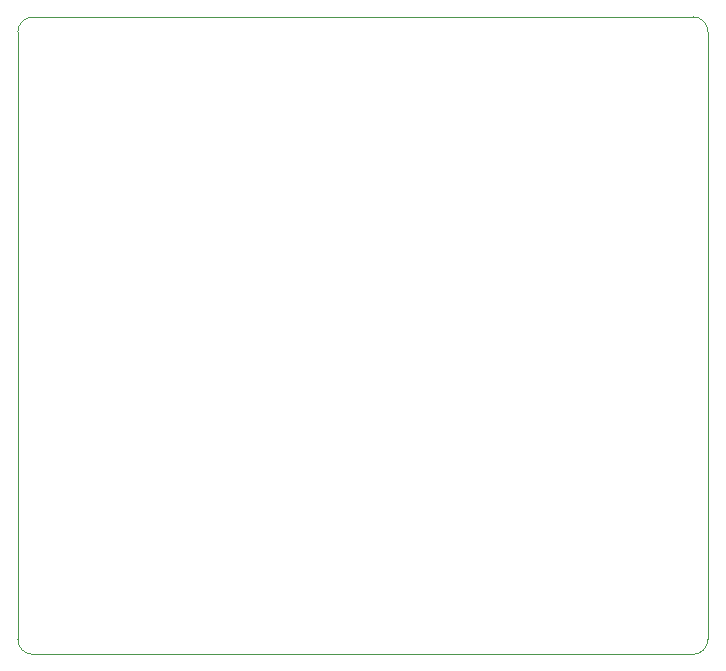
<source format=gbr>
%TF.GenerationSoftware,KiCad,Pcbnew,(6.0.2)*%
%TF.CreationDate,2022-02-24T11:02:53-06:00*%
%TF.ProjectId,RS232TTL_Adaper,52533233-3254-4544-9c5f-416461706572,rev?*%
%TF.SameCoordinates,Original*%
%TF.FileFunction,Profile,NP*%
%FSLAX46Y46*%
G04 Gerber Fmt 4.6, Leading zero omitted, Abs format (unit mm)*
G04 Created by KiCad (PCBNEW (6.0.2)) date 2022-02-24 11:02:53*
%MOMM*%
%LPD*%
G01*
G04 APERTURE LIST*
%TA.AperFunction,Profile*%
%ADD10C,0.100000*%
%TD*%
G04 APERTURE END LIST*
D10*
X90160976Y-79384026D02*
G75*
G03*
X88890976Y-80654026I-1J-1269999D01*
G01*
X147320000Y-80645000D02*
X147310974Y-132089024D01*
X146040974Y-133359024D02*
X90160976Y-133359024D01*
X88890976Y-132089024D02*
G75*
G03*
X90160976Y-133359024I1269999J-1D01*
G01*
X88890976Y-132089024D02*
X88890976Y-80654026D01*
X147320000Y-80645000D02*
G75*
G03*
X146050000Y-79375000I-1269999J1D01*
G01*
X146040974Y-133359024D02*
G75*
G03*
X147310974Y-132089024I1J1269999D01*
G01*
X90160976Y-79384026D02*
X146050000Y-79375000D01*
M02*

</source>
